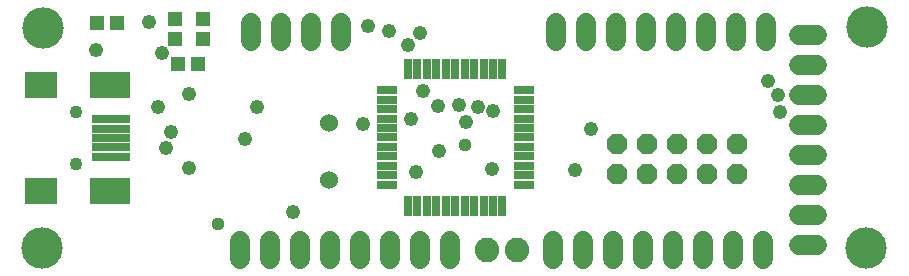
<source format=gts>
G75*
G70*
%OFA0B0*%
%FSLAX24Y24*%
%IPPOS*%
%LPD*%
%AMOC8*
5,1,8,0,0,1.08239X$1,22.5*
%
%ADD10R,0.0671X0.0277*%
%ADD11R,0.0277X0.0671*%
%ADD12C,0.0680*%
%ADD13OC8,0.0680*%
%ADD14C,0.0600*%
%ADD15R,0.1064X0.0867*%
%ADD16R,0.1379X0.0867*%
%ADD17R,0.1300X0.0277*%
%ADD18C,0.0434*%
%ADD19R,0.0474X0.0513*%
%ADD20R,0.0513X0.0474*%
%ADD21C,0.1380*%
%ADD22C,0.0820*%
%ADD23C,0.0490*%
%ADD24C,0.0440*%
D10*
X012817Y003667D03*
X012817Y003982D03*
X012817Y004297D03*
X012817Y004612D03*
X012817Y004927D03*
X012817Y005242D03*
X012817Y005557D03*
X012817Y005872D03*
X012817Y006187D03*
X012817Y006502D03*
X012817Y006817D03*
X017384Y006817D03*
X017384Y006502D03*
X017384Y006187D03*
X017384Y005872D03*
X017384Y005557D03*
X017384Y005242D03*
X017384Y004927D03*
X017384Y004612D03*
X017384Y004297D03*
X017384Y003982D03*
X017384Y003667D03*
D11*
X016676Y002958D03*
X016361Y002958D03*
X016046Y002958D03*
X015731Y002958D03*
X015416Y002958D03*
X015101Y002958D03*
X014786Y002958D03*
X014471Y002958D03*
X014156Y002958D03*
X013841Y002958D03*
X013526Y002958D03*
X013526Y007525D03*
X013841Y007525D03*
X014156Y007525D03*
X014471Y007525D03*
X014786Y007525D03*
X015101Y007525D03*
X015416Y007525D03*
X015731Y007525D03*
X016046Y007525D03*
X016361Y007525D03*
X016676Y007525D03*
D12*
X018457Y008441D02*
X018457Y009041D01*
X019457Y009041D02*
X019457Y008441D01*
X020457Y008441D02*
X020457Y009041D01*
X021457Y009041D02*
X021457Y008441D01*
X022457Y008441D02*
X022457Y009041D01*
X023457Y009041D02*
X023457Y008441D01*
X024457Y008441D02*
X024457Y009041D01*
X025457Y009041D02*
X025457Y008441D01*
X026553Y008643D02*
X027153Y008643D01*
X027153Y007643D02*
X026553Y007643D01*
X026553Y006643D02*
X027153Y006643D01*
X027153Y005643D02*
X026553Y005643D01*
X026553Y004643D02*
X027153Y004643D01*
X027153Y003643D02*
X026553Y003643D01*
X026553Y002643D02*
X027153Y002643D01*
X025353Y001782D02*
X025353Y001182D01*
X024353Y001182D02*
X024353Y001782D01*
X023353Y001782D02*
X023353Y001182D01*
X022353Y001182D02*
X022353Y001782D01*
X021353Y001782D02*
X021353Y001182D01*
X020353Y001182D02*
X020353Y001782D01*
X019353Y001782D02*
X019353Y001182D01*
X018353Y001182D02*
X018353Y001782D01*
X014920Y001782D02*
X014920Y001182D01*
X013920Y001182D02*
X013920Y001782D01*
X012920Y001782D02*
X012920Y001182D01*
X011920Y001182D02*
X011920Y001782D01*
X010920Y001782D02*
X010920Y001182D01*
X009920Y001182D02*
X009920Y001782D01*
X008920Y001782D02*
X008920Y001182D01*
X007920Y001182D02*
X007920Y001782D01*
X026553Y001643D02*
X027153Y001643D01*
X011308Y008459D02*
X011308Y009059D01*
X010308Y009059D02*
X010308Y008459D01*
X009308Y008459D02*
X009308Y009059D01*
X008308Y009059D02*
X008308Y008459D01*
D13*
X020492Y005027D03*
X021492Y005027D03*
X022492Y005027D03*
X023492Y005027D03*
X024492Y005027D03*
X024492Y004027D03*
X023492Y004027D03*
X022492Y004027D03*
X021492Y004027D03*
X020492Y004027D03*
D14*
X010902Y003820D03*
X010902Y005720D03*
D15*
X001282Y006974D03*
X001282Y003470D03*
D16*
X003605Y003470D03*
X003605Y006974D03*
D17*
X003644Y005852D03*
X003644Y005537D03*
X003644Y005222D03*
X003644Y004907D03*
X003644Y004592D03*
D18*
X002463Y004356D03*
X002463Y006088D03*
D19*
X005748Y008523D03*
X006679Y008525D03*
X006679Y009194D03*
X005748Y009192D03*
D20*
X003843Y009060D03*
X003174Y009060D03*
X005869Y007695D03*
X006538Y007695D03*
D21*
X001340Y001562D03*
X001361Y008901D03*
X028821Y008922D03*
X028801Y001562D03*
D22*
X017151Y001492D03*
X016151Y001492D03*
D23*
X009711Y002742D03*
X013781Y004082D03*
X014561Y004802D03*
X016341Y004179D03*
X019101Y004142D03*
X019621Y005522D03*
X016371Y006132D03*
X015861Y006242D03*
X015221Y006322D03*
X014531Y006292D03*
X014021Y006802D03*
X013621Y005842D03*
X012021Y005682D03*
X008501Y006242D03*
X006240Y006692D03*
X005201Y006242D03*
X005613Y005417D03*
X005466Y004877D03*
X006240Y004238D03*
X008101Y005202D03*
X015461Y005762D03*
X013541Y008322D03*
X013941Y008722D03*
X012901Y008802D03*
X012181Y008962D03*
X005317Y008041D03*
X003141Y008162D03*
X004880Y009098D03*
X025541Y007122D03*
X025861Y006642D03*
X025941Y006082D03*
D24*
X015416Y004977D03*
X007201Y002342D03*
M02*

</source>
